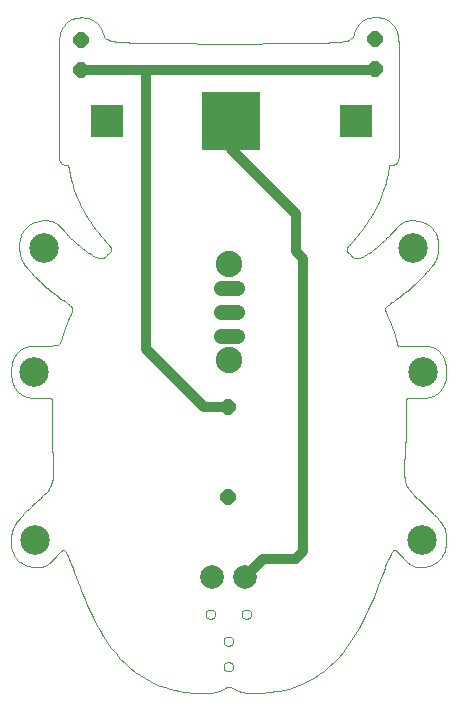
<source format=gtl>
G75*
G70*
%OFA0B0*%
%FSLAX24Y24*%
%IPPOS*%
%LPD*%
%AMOC8*
5,1,8,0,0,1.08239X$1,22.5*
%
%ADD10C,0.0000*%
%ADD11OC8,0.0512*%
%ADD12R,0.1109X0.1109*%
%ADD13R,0.1969X0.1969*%
%ADD14C,0.0504*%
%ADD15C,0.0882*%
%ADD16C,0.0787*%
%ADD17C,0.0984*%
%ADD18C,0.0320*%
D10*
X003413Y004311D02*
X003290Y004517D01*
X003175Y004726D01*
X003067Y004938D01*
X002965Y005149D01*
X002871Y005359D01*
X002783Y005563D01*
X002702Y005761D01*
X002628Y005949D01*
X002559Y006127D01*
X002497Y006292D01*
X002440Y006444D01*
X002389Y006581D01*
X002342Y006702D01*
X002301Y006808D01*
X002264Y006899D01*
X002230Y006975D01*
X002200Y007037D01*
X002174Y007086D01*
X002150Y007123D01*
X002128Y007151D01*
X002109Y007169D01*
X002091Y007180D01*
X002074Y007185D01*
X002058Y007185D01*
X002044Y007182D01*
X002030Y007175D01*
X002016Y007167D01*
X002003Y007156D01*
X001990Y007145D01*
X001977Y007134D01*
X001965Y007122D01*
X001953Y007110D01*
X001941Y007098D01*
X001929Y007086D01*
X001918Y007074D01*
X001907Y007062D01*
X001897Y007051D01*
X001887Y007041D01*
X001878Y007031D01*
X001869Y007021D01*
X001861Y007012D01*
X001853Y007004D01*
X001846Y006997D01*
X001840Y006990D01*
X001835Y006984D01*
X001830Y006979D01*
X001825Y006974D01*
X001822Y006970D01*
X001819Y006967D01*
X001816Y006964D01*
X001813Y006961D01*
X001811Y006959D01*
X001810Y006957D01*
X001808Y006956D01*
X001807Y006955D01*
X001806Y006953D01*
X001805Y006952D01*
X001803Y006951D01*
X001802Y006950D01*
X001801Y006949D01*
X001800Y006948D01*
X001798Y006946D01*
X001797Y006945D01*
X001795Y006943D01*
X001793Y006940D01*
X001790Y006937D01*
X001787Y006933D01*
X001783Y006928D01*
X001778Y006923D01*
X001773Y006916D01*
X001766Y006908D01*
X001759Y006900D01*
X001751Y006890D01*
X001741Y006879D01*
X001730Y006867D01*
X001718Y006853D01*
X001705Y006839D01*
X001691Y006824D01*
X001676Y006809D01*
X001659Y006793D01*
X001641Y006777D01*
X001622Y006761D01*
X001602Y006745D01*
X001581Y006729D01*
X001559Y006714D01*
X001536Y006699D01*
X001513Y006685D01*
X001488Y006672D01*
X001463Y006661D01*
X001438Y006650D01*
X001411Y006641D01*
X001384Y006633D01*
X001357Y006626D01*
X001329Y006620D01*
X001300Y006616D01*
X001271Y006613D01*
X001241Y006611D01*
X001211Y006611D01*
X001180Y006611D01*
X001148Y006613D01*
X001115Y006615D01*
X001082Y006619D01*
X001048Y006624D01*
X001013Y006630D01*
X000977Y006637D01*
X000941Y006645D01*
X000904Y006655D01*
X000867Y006667D01*
X000830Y006680D01*
X000793Y006694D01*
X000756Y006711D01*
X000719Y006730D01*
X000683Y006751D01*
X000647Y006775D01*
X000613Y006800D01*
X000580Y006828D01*
X000548Y006859D01*
X000519Y006891D01*
X000491Y006926D01*
X000465Y006963D01*
X000441Y007001D01*
X000420Y007041D01*
X000401Y007082D01*
X000384Y007123D01*
X000370Y007166D01*
X000358Y007209D01*
X000348Y007252D01*
X000340Y007294D01*
X000335Y007336D01*
X000331Y007377D01*
X000329Y007418D01*
X000328Y007456D01*
X000328Y007494D01*
X000329Y007529D01*
X000331Y007563D01*
X000333Y007596D01*
X000336Y007626D01*
X000339Y007655D01*
X000343Y007682D01*
X000346Y007707D01*
X000350Y007731D01*
X000354Y007754D01*
X000359Y007775D01*
X000363Y007795D01*
X000368Y007814D01*
X000373Y007832D01*
X000378Y007850D01*
X000384Y007867D01*
X000390Y007883D01*
X000396Y007899D01*
X000402Y007915D01*
X000409Y007930D01*
X000416Y007945D01*
X000423Y007959D01*
X000430Y007973D01*
X000437Y007987D01*
X000445Y008000D01*
X000452Y008012D01*
X000460Y008024D01*
X000467Y008035D01*
X000474Y008046D01*
X000480Y008056D01*
X000487Y008065D01*
X000493Y008074D01*
X000498Y008081D01*
X000503Y008088D01*
X000507Y008094D01*
X000511Y008099D01*
X000514Y008104D01*
X000517Y008108D01*
X000520Y008111D01*
X000522Y008114D01*
X000523Y008116D01*
X000525Y008118D01*
X000525Y008119D01*
X000526Y008120D01*
X000527Y008121D01*
X000527Y008121D01*
X000527Y008122D01*
X000528Y008122D01*
X000528Y008123D01*
X000528Y008124D01*
X000529Y008124D01*
X000530Y008126D01*
X000531Y008127D01*
X000533Y008130D01*
X000536Y008133D01*
X000539Y008137D01*
X000544Y008142D01*
X000549Y008149D01*
X000557Y008157D01*
X000566Y008168D01*
X000576Y008181D01*
X000589Y008195D01*
X000605Y008213D01*
X000622Y008233D01*
X000642Y008255D01*
X000664Y008280D01*
X000689Y008308D01*
X000716Y008338D01*
X000745Y008369D01*
X000776Y008403D01*
X000809Y008438D01*
X000844Y008475D01*
X000881Y008513D01*
X000918Y008551D01*
X000957Y008590D01*
X000997Y008629D01*
X001037Y008668D01*
X001078Y008706D01*
X001120Y008745D01*
X001161Y008783D01*
X001203Y008821D01*
X001245Y008858D01*
X001287Y008895D01*
X001328Y008932D01*
X001368Y008969D01*
X001408Y009006D01*
X001446Y009043D01*
X001483Y009081D01*
X001519Y009120D01*
X001552Y009160D01*
X001583Y009202D01*
X001612Y009245D01*
X001638Y009290D01*
X001661Y009337D01*
X001681Y009386D01*
X001698Y009438D01*
X001712Y009492D01*
X001724Y009549D01*
X001732Y009607D01*
X001738Y009668D01*
X001742Y009731D01*
X001744Y009796D01*
X001744Y009862D01*
X001742Y009930D01*
X001740Y009999D01*
X001736Y010069D01*
X001732Y010140D01*
X001728Y010211D01*
X001723Y010283D01*
X001719Y010356D01*
X001715Y010428D01*
X001710Y010501D01*
X001707Y010573D01*
X001703Y010646D01*
X001700Y010717D01*
X001697Y010788D01*
X001694Y010858D01*
X001692Y010927D01*
X001690Y010994D01*
X001689Y011060D01*
X001688Y011124D01*
X001687Y011185D01*
X001686Y011244D01*
X001685Y011301D01*
X001685Y011354D01*
X001684Y011405D01*
X001684Y011453D01*
X001684Y011498D01*
X001684Y011540D01*
X001684Y011580D01*
X001684Y011616D01*
X001684Y011651D01*
X001684Y011683D01*
X001685Y011714D01*
X001685Y011743D01*
X001685Y011770D01*
X001686Y011797D01*
X001686Y011822D01*
X001687Y011847D01*
X001687Y011871D01*
X001688Y011895D01*
X001688Y011918D01*
X001689Y011941D01*
X001690Y011963D01*
X001690Y011985D01*
X001691Y012007D01*
X001692Y012028D01*
X001693Y012049D01*
X001694Y012069D01*
X001694Y012089D01*
X001695Y012107D01*
X001695Y012125D01*
X001695Y012141D01*
X001695Y012157D01*
X001694Y012171D01*
X001693Y012184D01*
X001690Y012196D01*
X001687Y012206D01*
X001682Y012215D01*
X001675Y012223D01*
X001666Y012230D01*
X001655Y012235D01*
X001642Y012240D01*
X001626Y012243D01*
X001608Y012246D01*
X001587Y012249D01*
X001563Y012250D01*
X001538Y012252D01*
X001510Y012252D01*
X001480Y012253D01*
X001450Y012253D01*
X001418Y012254D01*
X001386Y012254D01*
X001354Y012254D01*
X001323Y012254D01*
X001293Y012254D01*
X001264Y012254D01*
X001236Y012254D01*
X001210Y012254D01*
X001185Y012254D01*
X001161Y012254D01*
X001139Y012255D01*
X001117Y012255D01*
X001095Y012255D01*
X001073Y012256D01*
X001051Y012257D01*
X001028Y012259D01*
X001004Y012261D01*
X000979Y012264D01*
X000952Y012268D01*
X000924Y012273D01*
X000894Y012280D01*
X000863Y012288D01*
X000831Y012298D01*
X000799Y012310D01*
X000765Y012323D01*
X000731Y012340D01*
X000698Y012358D01*
X000664Y012379D01*
X000631Y012402D01*
X000600Y012428D01*
X000569Y012456D01*
X000540Y012487D01*
X000513Y012519D01*
X000487Y012553D01*
X000464Y012589D01*
X000442Y012627D01*
X000423Y012666D01*
X000406Y012707D01*
X000391Y012749D01*
X000378Y012791D01*
X000368Y012835D01*
X000359Y012879D01*
X000351Y012923D01*
X000346Y012968D01*
X000342Y013014D01*
X000339Y013060D01*
X000338Y013105D01*
X000338Y013151D01*
X000339Y013197D01*
X000342Y013243D01*
X000346Y013288D01*
X000352Y013333D01*
X000360Y013378D01*
X000369Y013422D01*
X000380Y013465D01*
X000393Y013508D01*
X000408Y013549D01*
X000425Y013589D01*
X000445Y013628D01*
X000466Y013666D01*
X000490Y013702D01*
X000515Y013736D01*
X000543Y013768D01*
X000572Y013798D01*
X000603Y013826D01*
X000635Y013852D01*
X000668Y013875D01*
X000701Y013895D01*
X000735Y013914D01*
X000769Y013930D01*
X000802Y013943D01*
X000835Y013955D01*
X000867Y013965D01*
X000898Y013973D01*
X000928Y013979D01*
X000956Y013984D01*
X000984Y013988D01*
X001010Y013991D01*
X001036Y013993D01*
X001061Y013995D01*
X001086Y013996D01*
X001111Y013996D01*
X001138Y013997D01*
X001165Y013997D01*
X001194Y013997D01*
X001226Y013997D01*
X001260Y013997D01*
X001296Y013997D01*
X001334Y013997D01*
X001375Y013997D01*
X001418Y013998D01*
X001463Y013998D01*
X001508Y013998D01*
X001554Y013998D01*
X001599Y013999D01*
X001643Y013999D01*
X001685Y014001D01*
X001725Y014002D01*
X001762Y014004D01*
X001796Y014007D01*
X001827Y014012D01*
X001854Y014017D01*
X001879Y014023D01*
X001900Y014031D01*
X001918Y014041D01*
X001934Y014053D01*
X001947Y014067D01*
X001959Y014083D01*
X001970Y014101D01*
X001980Y014121D01*
X001989Y014144D01*
X001998Y014168D01*
X002006Y014195D01*
X002015Y014223D01*
X002024Y014253D01*
X002034Y014284D01*
X002044Y014316D01*
X002054Y014349D01*
X002064Y014383D01*
X002075Y014417D01*
X002086Y014451D01*
X002098Y014486D01*
X002110Y014521D01*
X002122Y014555D01*
X002134Y014589D01*
X002147Y014623D01*
X002159Y014656D01*
X002172Y014689D01*
X002185Y014722D01*
X002198Y014753D01*
X002210Y014784D01*
X002223Y014814D01*
X002235Y014843D01*
X002247Y014870D01*
X002258Y014897D01*
X002270Y014922D01*
X002280Y014946D01*
X002290Y014969D01*
X002299Y014990D01*
X002308Y015010D01*
X002316Y015028D01*
X002323Y015045D01*
X002330Y015061D01*
X002336Y015075D01*
X002341Y015088D01*
X002346Y015100D01*
X002350Y015111D01*
X002354Y015121D01*
X002358Y015131D01*
X002361Y015140D01*
X002364Y015149D01*
X002367Y015157D01*
X002370Y015165D01*
X002373Y015172D01*
X002375Y015180D01*
X002377Y015188D01*
X002379Y015195D01*
X002380Y015203D01*
X002381Y015211D01*
X002380Y015220D01*
X002379Y015229D01*
X002377Y015238D01*
X002373Y015249D01*
X002367Y015260D01*
X002359Y015272D01*
X002348Y015285D01*
X002335Y015299D01*
X002319Y015315D01*
X002299Y015333D01*
X002277Y015352D01*
X002251Y015372D01*
X002222Y015395D01*
X002190Y015419D01*
X002155Y015445D01*
X002117Y015472D01*
X002076Y015502D01*
X002032Y015532D01*
X001987Y015565D01*
X001940Y015599D01*
X001891Y015635D01*
X001842Y015672D01*
X001791Y015710D01*
X001740Y015750D01*
X001688Y015791D01*
X001636Y015833D01*
X001584Y015876D01*
X001532Y015920D01*
X001481Y015965D01*
X001430Y016011D01*
X001380Y016057D01*
X001331Y016103D01*
X001283Y016150D01*
X001236Y016196D01*
X001191Y016241D01*
X001148Y016285D01*
X001108Y016327D01*
X001069Y016368D01*
X001034Y016406D01*
X001001Y016442D01*
X000971Y016475D01*
X000943Y016506D01*
X000919Y016533D01*
X000898Y016557D01*
X000880Y016578D01*
X000864Y016596D01*
X000851Y016611D01*
X000840Y016624D01*
X000831Y016634D01*
X000824Y016642D01*
X000819Y016648D01*
X000815Y016653D01*
X000812Y016657D01*
X000810Y016660D01*
X000808Y016662D01*
X000807Y016663D01*
X000806Y016664D01*
X000806Y016665D01*
X000806Y016665D01*
X000805Y016666D01*
X000805Y016666D01*
X000804Y016667D01*
X000804Y016668D01*
X000803Y016669D01*
X000802Y016670D01*
X000801Y016672D01*
X000799Y016674D01*
X000797Y016677D01*
X000795Y016680D01*
X000792Y016684D01*
X000789Y016689D01*
X000785Y016694D01*
X000780Y016700D01*
X000775Y016707D01*
X000770Y016715D01*
X000764Y016723D01*
X000758Y016733D01*
X000751Y016743D01*
X000744Y016754D01*
X000737Y016765D01*
X000729Y016777D01*
X000722Y016789D01*
X000714Y016803D01*
X000707Y016816D01*
X000700Y016830D01*
X000693Y016845D01*
X000686Y016859D01*
X000679Y016875D01*
X000673Y016890D01*
X000667Y016906D01*
X000661Y016923D01*
X000655Y016940D01*
X000650Y016957D01*
X000645Y016976D01*
X000641Y016995D01*
X000636Y017015D01*
X000632Y017036D01*
X000628Y017059D01*
X000624Y017083D01*
X000620Y017109D01*
X000617Y017136D01*
X000613Y017165D01*
X000611Y017195D01*
X000608Y017228D01*
X000606Y017262D01*
X000605Y017298D01*
X000605Y017335D01*
X000606Y017374D01*
X000609Y017415D01*
X000613Y017456D01*
X000619Y017498D01*
X000627Y017541D01*
X000637Y017583D01*
X000649Y017626D01*
X000663Y017669D01*
X000680Y017710D01*
X000699Y017751D01*
X000721Y017791D01*
X000745Y017829D01*
X000771Y017865D01*
X000799Y017900D01*
X000829Y017932D01*
X000861Y017962D01*
X000894Y017990D01*
X000929Y018016D01*
X000964Y018039D01*
X001001Y018060D01*
X001037Y018078D01*
X001075Y018095D01*
X001112Y018110D01*
X001149Y018122D01*
X001186Y018133D01*
X001223Y018143D01*
X001259Y018151D01*
X001294Y018158D01*
X001329Y018164D01*
X001363Y018169D01*
X001397Y018172D01*
X001429Y018175D01*
X001461Y018177D01*
X001492Y018177D01*
X001522Y018176D01*
X001552Y018174D01*
X001581Y018171D01*
X001610Y018167D01*
X001638Y018161D01*
X001665Y018154D01*
X001692Y018146D01*
X001718Y018136D01*
X001744Y018126D01*
X001769Y018114D01*
X001793Y018101D01*
X001816Y018087D01*
X001839Y018072D01*
X001861Y018057D01*
X001882Y018041D01*
X001902Y018025D01*
X001921Y018009D01*
X001938Y017993D01*
X001955Y017977D01*
X001970Y017962D01*
X001985Y017947D01*
X001998Y017933D01*
X002009Y017920D01*
X002020Y017908D01*
X002029Y017897D01*
X002038Y017887D01*
X002045Y017878D01*
X002051Y017871D01*
X002056Y017864D01*
X002061Y017859D01*
X002065Y017854D01*
X002068Y017850D01*
X002071Y017847D01*
X002073Y017845D01*
X002075Y017843D01*
X002076Y017841D01*
X002078Y017840D01*
X002079Y017838D01*
X002080Y017837D01*
X002082Y017836D01*
X002083Y017834D01*
X002085Y017833D01*
X002087Y017831D01*
X002089Y017829D01*
X002092Y017825D01*
X002095Y017822D01*
X002100Y017817D01*
X002105Y017811D01*
X002112Y017803D01*
X002120Y017794D01*
X002130Y017784D01*
X002142Y017771D01*
X002155Y017757D01*
X002171Y017740D01*
X002188Y017721D01*
X002208Y017700D01*
X002230Y017677D01*
X002254Y017652D01*
X002280Y017626D01*
X002307Y017597D01*
X002337Y017568D01*
X002368Y017537D01*
X002401Y017505D01*
X002435Y017472D01*
X002471Y017439D01*
X002507Y017406D01*
X002545Y017372D01*
X002583Y017339D01*
X002622Y017306D01*
X002662Y017274D01*
X002702Y017242D01*
X002742Y017211D01*
X002783Y017180D01*
X002823Y017151D01*
X002864Y017122D01*
X002905Y017095D01*
X002945Y017069D01*
X002985Y017045D01*
X003023Y017022D01*
X003061Y017001D01*
X003098Y016981D01*
X003133Y016964D01*
X003167Y016949D01*
X003199Y016937D01*
X003229Y016926D01*
X003258Y016918D01*
X003284Y016912D01*
X003308Y016908D01*
X003331Y016906D01*
X003351Y016907D01*
X003370Y016909D01*
X003387Y016913D01*
X003403Y016918D01*
X003417Y016924D01*
X003431Y016932D01*
X003443Y016940D01*
X003455Y016949D01*
X003466Y016958D01*
X003477Y016968D01*
X003487Y016978D01*
X003498Y016988D01*
X003508Y016998D01*
X003518Y017008D01*
X003527Y017018D01*
X003537Y017028D01*
X003547Y017037D01*
X003557Y017047D01*
X003566Y017056D01*
X003576Y017065D01*
X003585Y017073D01*
X003594Y017081D01*
X003603Y017089D01*
X003611Y017096D01*
X003618Y017103D01*
X003626Y017109D01*
X003632Y017115D01*
X003638Y017121D01*
X003643Y017126D01*
X003648Y017131D01*
X003652Y017136D01*
X003655Y017141D01*
X003658Y017146D01*
X003660Y017151D01*
X003662Y017156D01*
X003663Y017162D01*
X003664Y017168D01*
X003665Y017174D01*
X003666Y017181D01*
X003666Y017188D01*
X003666Y017195D01*
X003666Y017202D01*
X003666Y017210D01*
X003665Y017218D01*
X003664Y017226D01*
X003663Y017235D01*
X003661Y017243D01*
X003658Y017252D01*
X003654Y017262D01*
X003649Y017273D01*
X003642Y017285D01*
X003633Y017298D01*
X003621Y017313D01*
X003608Y017330D01*
X003591Y017350D01*
X003572Y017373D01*
X003549Y017399D01*
X003523Y017429D01*
X003494Y017462D01*
X003461Y017500D01*
X003425Y017542D01*
X003385Y017588D01*
X003343Y017638D01*
X003297Y017693D01*
X003249Y017751D01*
X003199Y017814D01*
X003147Y017881D01*
X003094Y017952D01*
X003040Y018026D01*
X002985Y018104D01*
X002930Y018185D01*
X002876Y018269D01*
X002822Y018356D01*
X002770Y018445D01*
X002719Y018537D01*
X002671Y018629D01*
X002625Y018723D01*
X002582Y018818D01*
X002541Y018913D01*
X002504Y019007D01*
X002469Y019100D01*
X002438Y019191D01*
X002409Y019279D01*
X002384Y019364D01*
X002361Y019444D01*
X002341Y019520D01*
X002324Y019590D01*
X002309Y019654D01*
X002296Y019713D01*
X002285Y019765D01*
X002275Y019811D01*
X002267Y019851D01*
X002260Y019885D01*
X002255Y019913D01*
X002250Y019936D01*
X002246Y019955D01*
X002243Y019970D01*
X002240Y019982D01*
X002238Y019990D01*
X002236Y019997D01*
X002234Y020001D01*
X002233Y020004D01*
X002231Y020006D01*
X002230Y020008D01*
X002229Y020008D01*
X002227Y020009D01*
X002226Y020009D01*
X002224Y020009D01*
X002223Y020009D01*
X002221Y020009D01*
X002218Y020009D01*
X002216Y020009D01*
X002213Y020009D01*
X002209Y020009D01*
X002205Y020009D01*
X002200Y020009D01*
X002194Y020009D01*
X002188Y020010D01*
X002181Y020010D01*
X002173Y020011D01*
X002164Y020012D01*
X002154Y020013D01*
X002144Y020015D01*
X002133Y020017D01*
X002122Y020020D01*
X002110Y020023D01*
X002098Y020027D01*
X002085Y020032D01*
X002073Y020037D01*
X002060Y020043D01*
X002048Y020050D01*
X002036Y020058D01*
X002024Y020067D01*
X002013Y020076D01*
X002002Y020086D01*
X001992Y020097D01*
X001982Y020108D01*
X001973Y020120D01*
X001966Y020132D01*
X001958Y020145D01*
X001952Y020157D01*
X001946Y020170D01*
X001942Y020182D01*
X001938Y020195D01*
X001934Y020206D01*
X001931Y020218D01*
X001929Y020229D01*
X001927Y020239D01*
X001926Y020248D01*
X001925Y020257D01*
X001924Y020265D01*
X001923Y020272D01*
X001923Y020278D01*
X001923Y020283D01*
X001923Y020287D01*
X001922Y020291D01*
X001922Y020294D01*
X001922Y020296D01*
X001922Y020298D01*
X001922Y020299D01*
X001922Y020300D01*
X001922Y020301D01*
X001922Y020302D01*
X001922Y020302D01*
X001922Y020302D01*
X001922Y020303D01*
X001922Y020303D01*
X001922Y020303D01*
X001922Y020303D01*
X001922Y020303D01*
X001922Y020303D01*
X001922Y020303D01*
X001922Y020303D01*
X001922Y020304D01*
X001922Y020305D01*
X001922Y020308D01*
X001922Y020311D01*
X001922Y020317D01*
X001922Y020326D01*
X001922Y020338D01*
X001922Y020356D01*
X001922Y020381D01*
X001922Y020413D01*
X001922Y020456D01*
X001922Y020509D01*
X001922Y020576D01*
X001922Y020658D01*
X001922Y020754D01*
X001922Y020867D01*
X001922Y020997D01*
X001922Y021142D01*
X001922Y021303D01*
X001922Y021477D01*
X001922Y021662D01*
X001922Y021856D01*
X001922Y022056D01*
X001922Y022258D01*
X001922Y022459D01*
X001922Y022656D01*
X001922Y022845D01*
X001922Y023025D01*
X001922Y023192D01*
X001922Y023345D01*
X001922Y023484D01*
X001922Y023608D01*
X001923Y023717D01*
X001923Y023813D01*
X001923Y023895D01*
X001924Y023967D01*
X001925Y024029D01*
X001926Y024083D01*
X001928Y024132D01*
X001930Y024176D01*
X001933Y024216D01*
X001937Y024255D01*
X001943Y024293D01*
X001949Y024331D01*
X001957Y024369D01*
X001967Y024406D01*
X001978Y024444D01*
X001992Y024483D01*
X002007Y024521D01*
X002025Y024558D01*
X002044Y024595D01*
X002066Y024631D01*
X002090Y024666D01*
X002116Y024699D01*
X002143Y024731D01*
X002172Y024760D01*
X002203Y024787D01*
X002236Y024811D01*
X002269Y024834D01*
X002304Y024854D01*
X002340Y024871D01*
X002377Y024886D01*
X002414Y024899D01*
X002453Y024910D01*
X002491Y024918D01*
X002530Y024925D01*
X002570Y024930D01*
X002609Y024934D01*
X002649Y024936D01*
X002689Y024936D01*
X002729Y024935D01*
X002768Y024932D01*
X002808Y024928D01*
X002847Y024922D01*
X002886Y024915D01*
X002924Y024905D01*
X002962Y024893D01*
X002999Y024879D01*
X003036Y024863D01*
X003071Y024845D01*
X003106Y024824D01*
X003139Y024800D01*
X003170Y024775D01*
X003201Y024747D01*
X003229Y024716D01*
X003256Y024684D01*
X003281Y024650D01*
X003303Y024615D01*
X003324Y024578D01*
X003343Y024541D01*
X003360Y024503D01*
X003375Y024465D01*
X003389Y024428D01*
X003402Y024391D01*
X003415Y024355D01*
X003430Y024321D01*
X003447Y024288D01*
X003469Y024258D01*
X003498Y024230D01*
X003536Y024204D01*
X003588Y024181D01*
X003656Y024160D01*
X003745Y024142D01*
X003857Y024126D01*
X003997Y024113D01*
X004168Y024102D01*
X004372Y024093D01*
X004612Y024086D01*
X004887Y024081D01*
X005199Y024076D01*
X005544Y024073D01*
X005920Y024071D01*
X006322Y024069D01*
X006745Y024068D01*
X007181Y024068D01*
X007625Y024067D01*
X008068Y024068D01*
X008503Y024068D01*
X008922Y024069D01*
X009319Y024071D01*
X009689Y024074D01*
X010027Y024077D01*
X010332Y024082D01*
X010600Y024088D01*
X010833Y024095D01*
X011030Y024105D01*
X011194Y024116D01*
X011328Y024130D01*
X011435Y024146D01*
X011520Y024165D01*
X011584Y024186D01*
X011633Y024210D01*
X011670Y024237D01*
X011697Y024266D01*
X011718Y024298D01*
X011735Y024331D01*
X011749Y024366D01*
X011762Y024402D01*
X011775Y024440D01*
X011790Y024478D01*
X011805Y024516D01*
X011823Y024554D01*
X011842Y024592D01*
X011863Y024629D01*
X011887Y024664D01*
X011912Y024698D01*
X011940Y024730D01*
X011969Y024760D01*
X012000Y024788D01*
X012032Y024814D01*
X012066Y024837D01*
X012101Y024858D01*
X012137Y024876D01*
X012174Y024892D01*
X012211Y024906D01*
X012250Y024917D01*
X012289Y024926D01*
X012328Y024934D01*
X012368Y024939D01*
X012408Y024943D01*
X012448Y024945D01*
X012488Y024946D01*
X012529Y024946D01*
X012569Y024943D01*
X012609Y024940D01*
X012649Y024934D01*
X012688Y024927D01*
X012727Y024918D01*
X012765Y024906D01*
X012803Y024893D01*
X012840Y024877D01*
X012876Y024859D01*
X012911Y024838D01*
X012945Y024815D01*
X012978Y024790D01*
X013009Y024762D01*
X013038Y024732D01*
X013065Y024700D01*
X013091Y024666D01*
X013115Y024631D01*
X013136Y024594D01*
X013156Y024556D01*
X013173Y024518D01*
X013188Y024480D01*
X013201Y024441D01*
X013212Y024403D01*
X013222Y024365D01*
X013230Y024327D01*
X013236Y024289D01*
X013241Y024250D01*
X013245Y024210D01*
X013248Y024169D01*
X013251Y024124D01*
X013252Y024074D01*
X013253Y024018D01*
X013254Y023954D01*
X013255Y023880D01*
X013255Y023795D01*
X013255Y023697D01*
X013255Y023585D01*
X013255Y023458D01*
X013255Y023316D01*
X013255Y023159D01*
X013255Y022990D01*
X013255Y022808D01*
X013255Y022617D01*
X013255Y022419D01*
X013255Y022218D01*
X013255Y022016D01*
X013255Y021817D01*
X013255Y021624D01*
X013255Y021441D01*
X013255Y021270D01*
X013255Y021112D01*
X013255Y020970D01*
X013255Y020843D01*
X013255Y020734D01*
X013255Y020640D01*
X013255Y020562D01*
X013255Y020498D01*
X013255Y020446D01*
X013255Y020406D01*
X013255Y020375D01*
X013255Y020352D01*
X013255Y020335D01*
X013255Y020324D01*
X013255Y020316D01*
X013255Y020310D01*
X013255Y020307D01*
X013255Y020305D01*
X013255Y020304D01*
X013255Y020303D01*
X013255Y020303D01*
X013255Y020303D01*
X013255Y020303D01*
X013255Y020303D01*
X013255Y020303D01*
X013255Y020303D01*
X013255Y020303D01*
X013255Y020302D01*
X013255Y020302D01*
X013255Y020302D01*
X013255Y020301D01*
X013255Y020300D01*
X013255Y020299D01*
X013255Y020298D01*
X013255Y020296D01*
X013255Y020293D01*
X013255Y020290D01*
X013255Y020286D01*
X013255Y020282D01*
X013255Y020276D01*
X013254Y020270D01*
X013254Y020263D01*
X013253Y020255D01*
X013252Y020247D01*
X013250Y020237D01*
X013248Y020227D01*
X013246Y020216D01*
X013243Y020204D01*
X013239Y020192D01*
X013235Y020180D01*
X013230Y020167D01*
X013225Y020155D01*
X013218Y020142D01*
X013211Y020130D01*
X013203Y020118D01*
X013194Y020106D01*
X013184Y020095D01*
X013174Y020084D01*
X013163Y020074D01*
X013152Y020065D01*
X013140Y020056D01*
X013128Y020049D01*
X013115Y020042D01*
X013103Y020036D01*
X013090Y020031D01*
X013078Y020026D01*
X013065Y020022D01*
X013054Y020019D01*
X013042Y020017D01*
X013032Y020014D01*
X013022Y020013D01*
X013012Y020012D01*
X013004Y020011D01*
X012996Y020010D01*
X012989Y020009D01*
X012983Y020009D01*
X012978Y020009D01*
X012973Y020009D01*
X012969Y020009D01*
X012965Y020009D01*
X012962Y020009D01*
X012960Y020009D01*
X012958Y020009D01*
X012956Y020009D01*
X012955Y020009D01*
X012953Y020009D01*
X012952Y020009D01*
X012951Y020008D01*
X012950Y020007D01*
X012948Y020006D01*
X012947Y020004D01*
X012946Y020000D01*
X012944Y019995D01*
X012942Y019989D01*
X012940Y019979D01*
X012937Y019967D01*
X012934Y019952D01*
X012930Y019932D01*
X012925Y019908D01*
X012919Y019878D01*
X012913Y019843D01*
X012904Y019802D01*
X012895Y019755D01*
X012883Y019701D01*
X012870Y019642D01*
X012855Y019576D01*
X012837Y019505D01*
X012817Y019428D01*
X012794Y019347D01*
X012768Y019261D01*
X012740Y019172D01*
X012708Y019081D01*
X012673Y018988D01*
X012636Y018894D01*
X012595Y018799D01*
X012551Y018704D01*
X012505Y018610D01*
X012457Y018518D01*
X012407Y018427D01*
X012355Y018338D01*
X012301Y018252D01*
X012247Y018169D01*
X012193Y018088D01*
X012139Y018011D01*
X012085Y017937D01*
X012032Y017868D01*
X011981Y017801D01*
X011931Y017739D01*
X011884Y017681D01*
X011839Y017628D01*
X011797Y017578D01*
X011758Y017533D01*
X011723Y017492D01*
X011691Y017455D01*
X011662Y017423D01*
X011637Y017394D01*
X011615Y017368D01*
X011596Y017346D01*
X011580Y017327D01*
X011567Y017310D01*
X011557Y017295D01*
X011548Y017282D01*
X011542Y017271D01*
X011536Y017260D01*
X011533Y017250D01*
X011530Y017241D01*
X011528Y017233D01*
X011527Y017225D01*
X011526Y017216D01*
X011525Y017209D01*
X011525Y017201D01*
X011525Y017194D01*
X011525Y017186D01*
X011526Y017180D01*
X011526Y017173D01*
X011527Y017167D01*
X011528Y017161D01*
X011530Y017155D01*
X011532Y017150D01*
X011534Y017145D01*
X011537Y017140D01*
X011540Y017135D01*
X011544Y017130D01*
X011549Y017125D01*
X011554Y017120D01*
X011560Y017114D01*
X011567Y017108D01*
X011574Y017101D01*
X011581Y017095D01*
X011589Y017087D01*
X011598Y017080D01*
X011606Y017071D01*
X011615Y017063D01*
X011624Y017054D01*
X011634Y017045D01*
X011643Y017035D01*
X011652Y017026D01*
X011661Y017016D01*
X011670Y017006D01*
X011680Y016996D01*
X011689Y016986D01*
X011698Y016976D01*
X011708Y016966D01*
X011718Y016956D01*
X011729Y016947D01*
X011740Y016938D01*
X011752Y016930D01*
X011765Y016923D01*
X011780Y016917D01*
X011796Y016912D01*
X011813Y016908D01*
X011832Y016907D01*
X011852Y016907D01*
X011875Y016909D01*
X011899Y016913D01*
X011926Y016919D01*
X011955Y016928D01*
X011985Y016939D01*
X012017Y016952D01*
X012052Y016968D01*
X012087Y016985D01*
X012124Y017005D01*
X012162Y017026D01*
X012201Y017049D01*
X012241Y017074D01*
X012281Y017100D01*
X012322Y017128D01*
X012362Y017157D01*
X012403Y017186D01*
X012444Y017217D01*
X012484Y017248D01*
X012524Y017280D01*
X012564Y017313D01*
X012602Y017346D01*
X012641Y017379D01*
X012678Y017412D01*
X012714Y017446D01*
X012749Y017479D01*
X012783Y017511D01*
X012816Y017543D01*
X012847Y017574D01*
X012876Y017603D01*
X012904Y017631D01*
X012929Y017658D01*
X012953Y017682D01*
X012974Y017705D01*
X012993Y017725D01*
X013010Y017744D01*
X013025Y017760D01*
X013038Y017774D01*
X013050Y017786D01*
X013059Y017796D01*
X013067Y017805D01*
X013074Y017812D01*
X013079Y017818D01*
X013083Y017823D01*
X013087Y017826D01*
X013089Y017829D01*
X013092Y017831D01*
X013093Y017833D01*
X013095Y017835D01*
X013096Y017836D01*
X013098Y017837D01*
X013099Y017839D01*
X013100Y017840D01*
X013102Y017841D01*
X013103Y017843D01*
X013105Y017845D01*
X013108Y017848D01*
X013111Y017851D01*
X013114Y017855D01*
X013118Y017860D01*
X013123Y017866D01*
X013128Y017872D01*
X013134Y017880D01*
X013142Y017889D01*
X013150Y017899D01*
X013160Y017910D01*
X013171Y017922D01*
X013183Y017936D01*
X013196Y017950D01*
X013211Y017965D01*
X013226Y017980D01*
X013243Y017996D01*
X013261Y018012D01*
X013280Y018029D01*
X013300Y018045D01*
X013321Y018060D01*
X013343Y018076D01*
X013366Y018090D01*
X013390Y018104D01*
X013414Y018116D01*
X013439Y018128D01*
X013465Y018138D01*
X013491Y018148D01*
X013518Y018156D01*
X013546Y018162D01*
X013574Y018168D01*
X013603Y018172D01*
X013632Y018175D01*
X013662Y018176D01*
X013692Y018177D01*
X013723Y018176D01*
X013755Y018175D01*
X013788Y018172D01*
X013821Y018168D01*
X013856Y018163D01*
X013891Y018157D01*
X013926Y018150D01*
X013962Y018141D01*
X013999Y018131D01*
X014036Y018120D01*
X014073Y018107D01*
X014111Y018092D01*
X014148Y018075D01*
X014185Y018056D01*
X014221Y018034D01*
X014256Y018011D01*
X014290Y017985D01*
X014323Y017957D01*
X014355Y017926D01*
X014384Y017893D01*
X014412Y017858D01*
X014438Y017822D01*
X014461Y017783D01*
X014482Y017743D01*
X014501Y017702D01*
X014518Y017660D01*
X014532Y017618D01*
X014543Y017575D01*
X014553Y017532D01*
X014560Y017489D01*
X014566Y017447D01*
X014569Y017406D01*
X014572Y017366D01*
X014572Y017328D01*
X014572Y017290D01*
X014571Y017255D01*
X014569Y017221D01*
X014567Y017189D01*
X014564Y017159D01*
X014560Y017130D01*
X014557Y017103D01*
X014553Y017078D01*
X014549Y017054D01*
X014545Y017032D01*
X014541Y017011D01*
X014536Y016991D01*
X014531Y016972D01*
X014526Y016954D01*
X014521Y016936D01*
X014516Y016919D01*
X014510Y016903D01*
X014504Y016887D01*
X014497Y016871D01*
X014491Y016856D01*
X014484Y016842D01*
X014477Y016827D01*
X014469Y016813D01*
X014462Y016800D01*
X014454Y016787D01*
X014447Y016774D01*
X014440Y016763D01*
X014433Y016751D01*
X014426Y016741D01*
X014419Y016731D01*
X014413Y016722D01*
X014407Y016713D01*
X014402Y016706D01*
X014397Y016699D01*
X014392Y016693D01*
X014389Y016688D01*
X014385Y016683D01*
X014382Y016680D01*
X014380Y016676D01*
X014378Y016674D01*
X014377Y016672D01*
X014375Y016670D01*
X014374Y016669D01*
X014374Y016668D01*
X014373Y016667D01*
X014373Y016666D01*
X014373Y016666D01*
X014372Y016665D01*
X014372Y016664D01*
X014371Y016664D01*
X014371Y016663D01*
X014369Y016661D01*
X014368Y016659D01*
X014365Y016656D01*
X014362Y016652D01*
X014358Y016647D01*
X014352Y016641D01*
X014345Y016632D01*
X014336Y016621D01*
X014325Y016608D01*
X014311Y016593D01*
X014295Y016574D01*
X014276Y016552D01*
X014254Y016528D01*
X014229Y016500D01*
X014201Y016469D01*
X014171Y016435D01*
X014137Y016399D01*
X014101Y016360D01*
X014062Y016319D01*
X014021Y016276D01*
X013978Y016232D01*
X013932Y016186D01*
X013886Y016140D01*
X013837Y016094D01*
X013788Y016048D01*
X013738Y016002D01*
X013687Y015956D01*
X013635Y015911D01*
X013584Y015867D01*
X013532Y015824D01*
X013480Y015783D01*
X013428Y015742D01*
X013377Y015702D01*
X013326Y015664D01*
X013276Y015628D01*
X013228Y015592D01*
X013181Y015558D01*
X013136Y015526D01*
X013094Y015496D01*
X013053Y015467D01*
X013016Y015439D01*
X012981Y015414D01*
X012949Y015390D01*
X012921Y015368D01*
X012896Y015348D01*
X012874Y015329D01*
X012856Y015312D01*
X012840Y015296D01*
X012827Y015282D01*
X012817Y015269D01*
X012810Y015257D01*
X012804Y015246D01*
X012800Y015236D01*
X012798Y015227D01*
X012797Y015218D01*
X012797Y015210D01*
X012798Y015202D01*
X012799Y015194D01*
X012801Y015186D01*
X012803Y015179D01*
X012806Y015171D01*
X012808Y015163D01*
X012811Y015155D01*
X012814Y015147D01*
X012817Y015138D01*
X012821Y015129D01*
X012824Y015120D01*
X012828Y015109D01*
X012833Y015098D01*
X012838Y015086D01*
X012843Y015072D01*
X012849Y015058D01*
X012856Y015042D01*
X012864Y015025D01*
X012872Y015006D01*
X012880Y014986D01*
X012890Y014965D01*
X012900Y014942D01*
X012910Y014917D01*
X012922Y014892D01*
X012933Y014865D01*
X012945Y014837D01*
X012957Y014808D01*
X012970Y014778D01*
X012983Y014747D01*
X012995Y014715D01*
X013008Y014683D01*
X013021Y014650D01*
X013034Y014616D01*
X013046Y014582D01*
X013058Y014548D01*
X013070Y014513D01*
X013082Y014479D01*
X013094Y014444D01*
X013105Y014410D01*
X013116Y014376D01*
X013126Y014342D01*
X013136Y014309D01*
X013146Y014277D01*
X013155Y014246D01*
X013163Y014217D01*
X013171Y014189D01*
X013178Y014163D01*
X013185Y014139D01*
X013191Y014117D01*
X013196Y014097D01*
X013201Y014079D01*
X013205Y014064D01*
X013209Y014050D01*
X013212Y014039D01*
X013214Y014029D01*
X013216Y014021D01*
X013218Y014015D01*
X013219Y014010D01*
X013220Y014006D01*
X013221Y014003D01*
X013221Y014001D01*
X013222Y014000D01*
X013222Y013999D01*
X013222Y013998D01*
X013222Y013998D01*
X013222Y013997D01*
X013222Y013997D01*
X013222Y013997D01*
X013222Y013997D01*
X013222Y013997D01*
X013222Y013997D01*
X013222Y013997D01*
X013222Y013997D01*
X013223Y013997D01*
X013223Y013997D01*
X013224Y013997D01*
X013225Y013997D01*
X013227Y013997D01*
X013229Y013997D01*
X013233Y013997D01*
X013238Y013997D01*
X013244Y013997D01*
X013253Y013997D01*
X013264Y013997D01*
X013278Y013997D01*
X013295Y013997D01*
X013316Y013997D01*
X013340Y013997D01*
X013367Y013997D01*
X013399Y013997D01*
X013433Y013997D01*
X013471Y013997D01*
X013512Y013997D01*
X013555Y013997D01*
X013599Y013997D01*
X013645Y013997D01*
X013690Y013997D01*
X013735Y013997D01*
X013779Y013997D01*
X013821Y013997D01*
X013861Y013997D01*
X013898Y013997D01*
X013934Y013997D01*
X013966Y013997D01*
X013997Y013997D01*
X014025Y013997D01*
X014052Y013997D01*
X014078Y013996D01*
X014103Y013995D01*
X014128Y013994D01*
X014153Y013992D01*
X014179Y013990D01*
X014206Y013986D01*
X014234Y013982D01*
X014263Y013976D01*
X014293Y013969D01*
X014325Y013961D01*
X014357Y013950D01*
X014390Y013938D01*
X014424Y013923D01*
X014458Y013906D01*
X014492Y013886D01*
X014525Y013865D01*
X014557Y013841D01*
X014589Y013814D01*
X014619Y013785D01*
X014647Y013754D01*
X014674Y013721D01*
X014699Y013686D01*
X014722Y013649D01*
X014742Y013611D01*
X014761Y013572D01*
X014777Y013531D01*
X014791Y013489D01*
X014803Y013446D01*
X014813Y013402D01*
X014822Y013358D01*
X014828Y013313D01*
X014833Y013268D01*
X014837Y013222D01*
X014839Y013176D01*
X014840Y013131D01*
X014839Y013085D01*
X014838Y013039D01*
X014834Y012994D01*
X014830Y012948D01*
X014823Y012903D01*
X014815Y012859D01*
X014805Y012815D01*
X014794Y012772D01*
X014780Y012730D01*
X014764Y012689D01*
X014746Y012649D01*
X014726Y012610D01*
X014704Y012573D01*
X014679Y012538D01*
X014653Y012504D01*
X014625Y012473D01*
X014595Y012443D01*
X014564Y012416D01*
X014532Y012392D01*
X014499Y012369D01*
X014465Y012350D01*
X014431Y012332D01*
X014398Y012317D01*
X014364Y012304D01*
X014332Y012293D01*
X014300Y012284D01*
X014270Y012277D01*
X014241Y012271D01*
X014214Y012266D01*
X014188Y012263D01*
X014163Y012260D01*
X014139Y012258D01*
X014117Y012257D01*
X014095Y012256D01*
X014073Y012255D01*
X014051Y012255D01*
X014029Y012254D01*
X014006Y012254D01*
X013982Y012254D01*
X013956Y012254D01*
X013930Y012254D01*
X013901Y012254D01*
X013872Y012254D01*
X013841Y012254D01*
X013809Y012254D01*
X013777Y012254D01*
X013746Y012254D01*
X013714Y012253D01*
X013684Y012253D01*
X013655Y012252D01*
X013628Y012251D01*
X013604Y012250D01*
X013581Y012248D01*
X013561Y012245D01*
X013544Y012242D01*
X013530Y012238D01*
X013517Y012233D01*
X013508Y012227D01*
X013500Y012220D01*
X013494Y012211D01*
X013489Y012202D01*
X013486Y012191D01*
X013484Y012178D01*
X013483Y012165D01*
X013482Y012150D01*
X013482Y012134D01*
X013483Y012117D01*
X013483Y012099D01*
X013484Y012080D01*
X013484Y012060D01*
X013485Y012040D01*
X013486Y012019D01*
X013487Y011997D01*
X013488Y011975D01*
X013488Y011953D01*
X013489Y011930D01*
X013490Y011907D01*
X013490Y011884D01*
X013491Y011860D01*
X013492Y011836D01*
X013492Y011811D01*
X013492Y011785D01*
X013493Y011758D01*
X013493Y011730D01*
X013493Y011700D01*
X013493Y011669D01*
X013494Y011636D01*
X013494Y011600D01*
X013494Y011562D01*
X013494Y011522D01*
X013494Y011478D01*
X013494Y011432D01*
X013493Y011383D01*
X013493Y011331D01*
X013492Y011276D01*
X013492Y011218D01*
X013491Y011158D01*
X013490Y011096D01*
X013488Y011031D01*
X013487Y010964D01*
X013485Y010896D01*
X013482Y010827D01*
X013480Y010757D01*
X013477Y010685D01*
X013473Y010613D01*
X013470Y010541D01*
X013466Y010469D01*
X013461Y010396D01*
X013457Y010323D01*
X013452Y010251D01*
X013448Y010179D01*
X013444Y010108D01*
X013440Y010037D01*
X013437Y009968D01*
X013435Y009899D01*
X013434Y009832D01*
X013435Y009766D01*
X013437Y009702D01*
X013442Y009640D01*
X013450Y009580D01*
X013460Y009523D01*
X013472Y009467D01*
X013488Y009414D01*
X013507Y009362D01*
X013530Y009313D01*
X013555Y009266D01*
X013584Y009221D01*
X013615Y009177D01*
X013650Y009134D01*
X013687Y009092D01*
X013726Y009050D01*
X013767Y009009D01*
X013811Y008968D01*
X013856Y008925D01*
X013903Y008882D01*
X013951Y008839D01*
X014000Y008793D01*
X014050Y008747D01*
X014101Y008699D01*
X014152Y008650D01*
X014203Y008600D01*
X014254Y008550D01*
X014304Y008500D01*
X014352Y008450D01*
X014398Y008401D01*
X014442Y008355D01*
X014482Y008311D01*
X014519Y008271D01*
X014551Y008236D01*
X014579Y008205D01*
X014601Y008180D01*
X014619Y008160D01*
X014632Y008145D01*
X014640Y008134D01*
X014646Y008128D01*
X014648Y008124D01*
X014650Y008122D01*
X014650Y008122D01*
X014650Y008121D01*
X014700Y008052D01*
X014736Y007993D01*
X014763Y007941D01*
X014783Y007893D01*
X014798Y007846D01*
X014810Y007800D01*
X014820Y007754D01*
X014827Y007706D01*
X014832Y007656D01*
X014836Y007604D01*
X014838Y007550D01*
X014838Y007494D01*
X014836Y007438D01*
X014831Y007380D01*
X014823Y007322D01*
X014813Y007265D01*
X014799Y007208D01*
X014782Y007153D01*
X014763Y007100D01*
X014740Y007049D01*
X014714Y007001D01*
X014686Y006956D01*
X014656Y006914D01*
X014623Y006875D01*
X014589Y006839D01*
X014553Y006807D01*
X014516Y006778D01*
X014479Y006752D01*
X014440Y006729D01*
X014402Y006709D01*
X014363Y006691D01*
X014325Y006676D01*
X014287Y006662D01*
X014249Y006651D01*
X014213Y006641D01*
X014176Y006633D01*
X014141Y006627D01*
X014106Y006621D01*
X014073Y006617D01*
X014040Y006614D01*
X014008Y006612D01*
X013976Y006611D01*
X013945Y006611D01*
X013915Y006612D01*
X013886Y006615D01*
X013857Y006619D01*
X013829Y006624D01*
X013802Y006631D01*
X013775Y006638D01*
X013748Y006647D01*
X013722Y006657D01*
X013697Y006669D01*
X013672Y006681D01*
X013649Y006695D01*
X013626Y006709D01*
X013603Y006724D01*
X013582Y006740D01*
X013562Y006756D01*
X013542Y006772D01*
X013524Y006788D01*
X013507Y006804D01*
X013491Y006820D01*
X013477Y006835D01*
X013463Y006849D01*
X013451Y006863D01*
X013440Y006875D01*
X013430Y006886D01*
X013421Y006897D01*
X013414Y006906D01*
X013407Y006914D01*
X013401Y006921D01*
X013396Y006927D01*
X013392Y006932D01*
X013389Y006936D01*
X013386Y006939D01*
X013384Y006942D01*
X013382Y006944D01*
X013380Y006946D01*
X013378Y006947D01*
X013377Y006949D01*
X013376Y006950D01*
X013375Y006951D01*
X013374Y006952D01*
X013373Y006953D01*
X013371Y006954D01*
X013370Y006955D01*
X013369Y006957D01*
X013367Y006958D01*
X013365Y006961D01*
X013363Y006963D01*
X013360Y006966D01*
X013357Y006969D01*
X013353Y006973D01*
X013349Y006977D01*
X013345Y006982D01*
X013339Y006988D01*
X013333Y006995D01*
X013327Y007002D01*
X013319Y007010D01*
X013311Y007019D01*
X013303Y007028D01*
X013294Y007038D01*
X013284Y007048D01*
X013274Y007059D01*
X013263Y007070D01*
X013252Y007082D01*
X013240Y007094D01*
X013228Y007106D01*
X013216Y007118D01*
X013204Y007130D01*
X013192Y007142D01*
X013179Y007153D01*
X013166Y007164D01*
X013152Y007173D01*
X013138Y007180D01*
X013124Y007184D01*
X013108Y007186D01*
X013092Y007182D01*
X013075Y007173D01*
X013055Y007157D01*
X013035Y007132D01*
X013011Y007098D01*
X012986Y007053D01*
X012957Y006995D01*
X012925Y006923D01*
X012889Y006837D01*
X012848Y006735D01*
X012803Y006618D01*
X012754Y006486D01*
X012699Y006339D01*
X012638Y006178D01*
X012571Y006003D01*
X012498Y005818D01*
X012419Y005622D01*
X012334Y005420D01*
X012241Y005212D01*
X012142Y005001D01*
X012036Y004789D01*
X011922Y004578D01*
X011802Y004372D01*
X011675Y004170D01*
X011541Y003976D01*
X011400Y003792D01*
X011253Y003617D01*
X011100Y003454D01*
X010941Y003304D01*
X010778Y003167D01*
X010611Y003043D01*
X010441Y002932D01*
X010269Y002835D01*
X010097Y002751D01*
X009926Y002679D01*
X009757Y002618D01*
X009592Y002568D01*
X009432Y002527D01*
X009279Y002495D01*
X009133Y002470D01*
X008996Y002450D01*
X008868Y002436D01*
X008749Y002427D01*
X008641Y002420D01*
X008543Y002417D01*
X008454Y002415D01*
X008375Y002416D01*
X008304Y002418D01*
X008241Y002421D01*
X008185Y002425D01*
X008135Y002430D01*
X008091Y002436D01*
X008050Y002443D01*
X008014Y002451D01*
X007981Y002460D01*
X007950Y002469D01*
X007921Y002480D01*
X007894Y002491D01*
X007869Y002502D01*
X007844Y002514D01*
X007820Y002527D01*
X007798Y002539D01*
X007776Y002551D01*
X007755Y002564D01*
X007734Y002575D01*
X007714Y002586D01*
X007694Y002596D01*
X007675Y002605D01*
X007656Y002612D01*
X007637Y002618D01*
X007619Y002622D01*
X007601Y002624D01*
X007583Y002624D01*
X007564Y002623D01*
X007546Y002619D01*
X007527Y002614D01*
X007509Y002607D01*
X007489Y002599D01*
X007470Y002589D01*
X007450Y002579D01*
X007429Y002567D01*
X007408Y002555D01*
X007387Y002543D01*
X007364Y002530D01*
X007341Y002518D01*
X007317Y002506D01*
X007291Y002494D01*
X007265Y002483D01*
X007237Y002472D01*
X007206Y002463D01*
X007174Y002454D01*
X007139Y002445D01*
X007100Y002438D01*
X007056Y002432D01*
X007008Y002426D01*
X006954Y002422D01*
X006893Y002418D01*
X006825Y002416D01*
X006748Y002415D01*
X006662Y002416D01*
X006567Y002419D01*
X006462Y002425D01*
X006347Y002433D01*
X006221Y002446D01*
X006087Y002463D01*
X005944Y002487D01*
X005792Y002517D01*
X005634Y002555D01*
X005471Y002602D01*
X005303Y002660D01*
X005132Y002728D01*
X004960Y002809D01*
X004788Y002902D01*
X004618Y003009D01*
X004450Y003129D01*
X004285Y003262D01*
X004125Y003408D01*
X003970Y003568D01*
X003821Y003739D01*
X003678Y003921D01*
X003542Y004112D01*
X003413Y004311D01*
X006818Y005043D02*
X006820Y005068D01*
X006826Y005092D01*
X006835Y005114D01*
X006848Y005135D01*
X006864Y005154D01*
X006883Y005170D01*
X006904Y005183D01*
X006926Y005192D01*
X006950Y005198D01*
X006975Y005200D01*
X007000Y005198D01*
X007024Y005192D01*
X007046Y005183D01*
X007067Y005170D01*
X007086Y005154D01*
X007102Y005135D01*
X007115Y005114D01*
X007124Y005092D01*
X007130Y005068D01*
X007132Y005043D01*
X007130Y005018D01*
X007124Y004994D01*
X007115Y004972D01*
X007102Y004951D01*
X007086Y004932D01*
X007067Y004916D01*
X007046Y004903D01*
X007024Y004894D01*
X007000Y004888D01*
X006975Y004886D01*
X006950Y004888D01*
X006926Y004894D01*
X006904Y004903D01*
X006883Y004916D01*
X006864Y004932D01*
X006848Y004951D01*
X006835Y004972D01*
X006826Y004994D01*
X006820Y005018D01*
X006818Y005043D01*
X007418Y004143D02*
X007420Y004168D01*
X007426Y004192D01*
X007435Y004214D01*
X007448Y004235D01*
X007464Y004254D01*
X007483Y004270D01*
X007504Y004283D01*
X007526Y004292D01*
X007550Y004298D01*
X007575Y004300D01*
X007600Y004298D01*
X007624Y004292D01*
X007646Y004283D01*
X007667Y004270D01*
X007686Y004254D01*
X007702Y004235D01*
X007715Y004214D01*
X007724Y004192D01*
X007730Y004168D01*
X007732Y004143D01*
X007730Y004118D01*
X007724Y004094D01*
X007715Y004072D01*
X007702Y004051D01*
X007686Y004032D01*
X007667Y004016D01*
X007646Y004003D01*
X007624Y003994D01*
X007600Y003988D01*
X007575Y003986D01*
X007550Y003988D01*
X007526Y003994D01*
X007504Y004003D01*
X007483Y004016D01*
X007464Y004032D01*
X007448Y004051D01*
X007435Y004072D01*
X007426Y004094D01*
X007420Y004118D01*
X007418Y004143D01*
X007418Y003293D02*
X007420Y003318D01*
X007426Y003342D01*
X007435Y003364D01*
X007448Y003385D01*
X007464Y003404D01*
X007483Y003420D01*
X007504Y003433D01*
X007526Y003442D01*
X007550Y003448D01*
X007575Y003450D01*
X007600Y003448D01*
X007624Y003442D01*
X007646Y003433D01*
X007667Y003420D01*
X007686Y003404D01*
X007702Y003385D01*
X007715Y003364D01*
X007724Y003342D01*
X007730Y003318D01*
X007732Y003293D01*
X007730Y003268D01*
X007724Y003244D01*
X007715Y003222D01*
X007702Y003201D01*
X007686Y003182D01*
X007667Y003166D01*
X007646Y003153D01*
X007624Y003144D01*
X007600Y003138D01*
X007575Y003136D01*
X007550Y003138D01*
X007526Y003144D01*
X007504Y003153D01*
X007483Y003166D01*
X007464Y003182D01*
X007448Y003201D01*
X007435Y003222D01*
X007426Y003244D01*
X007420Y003268D01*
X007418Y003293D01*
X008018Y005043D02*
X008020Y005068D01*
X008026Y005092D01*
X008035Y005114D01*
X008048Y005135D01*
X008064Y005154D01*
X008083Y005170D01*
X008104Y005183D01*
X008126Y005192D01*
X008150Y005198D01*
X008175Y005200D01*
X008200Y005198D01*
X008224Y005192D01*
X008246Y005183D01*
X008267Y005170D01*
X008286Y005154D01*
X008302Y005135D01*
X008315Y005114D01*
X008324Y005092D01*
X008330Y005068D01*
X008332Y005043D01*
X008330Y005018D01*
X008324Y004994D01*
X008315Y004972D01*
X008302Y004951D01*
X008286Y004932D01*
X008267Y004916D01*
X008246Y004903D01*
X008224Y004894D01*
X008200Y004888D01*
X008175Y004886D01*
X008150Y004888D01*
X008126Y004894D01*
X008104Y004903D01*
X008083Y004916D01*
X008064Y004932D01*
X008048Y004951D01*
X008035Y004972D01*
X008026Y004994D01*
X008020Y005018D01*
X008018Y005043D01*
D11*
X007575Y008968D03*
X007575Y011968D03*
X002675Y023193D03*
X002675Y024193D03*
X012475Y024218D03*
X012475Y023218D03*
D12*
X011829Y021493D03*
X003521Y021493D03*
D13*
X007675Y021493D03*
D14*
X007852Y015906D02*
X007348Y015906D01*
X007348Y015118D02*
X007852Y015118D01*
X007852Y014331D02*
X007348Y014331D01*
D15*
X007600Y013504D03*
X007600Y016732D03*
D16*
X008125Y006293D03*
X007025Y006293D03*
D17*
X001125Y007518D03*
X001100Y013118D03*
X001425Y017268D03*
X013725Y017268D03*
X014050Y013118D03*
X014025Y007518D03*
D18*
X010075Y007143D02*
X009825Y006893D01*
X008725Y006893D01*
X008125Y006293D01*
X010075Y007143D02*
X010075Y016893D01*
X009825Y017143D01*
X009825Y018393D01*
X007675Y020543D01*
X007675Y021493D01*
X004825Y023193D02*
X004825Y013893D01*
X006750Y011968D01*
X007575Y011968D01*
X004825Y023193D02*
X002675Y023193D01*
X004825Y023193D02*
X012450Y023193D01*
X012475Y023218D01*
M02*

</source>
